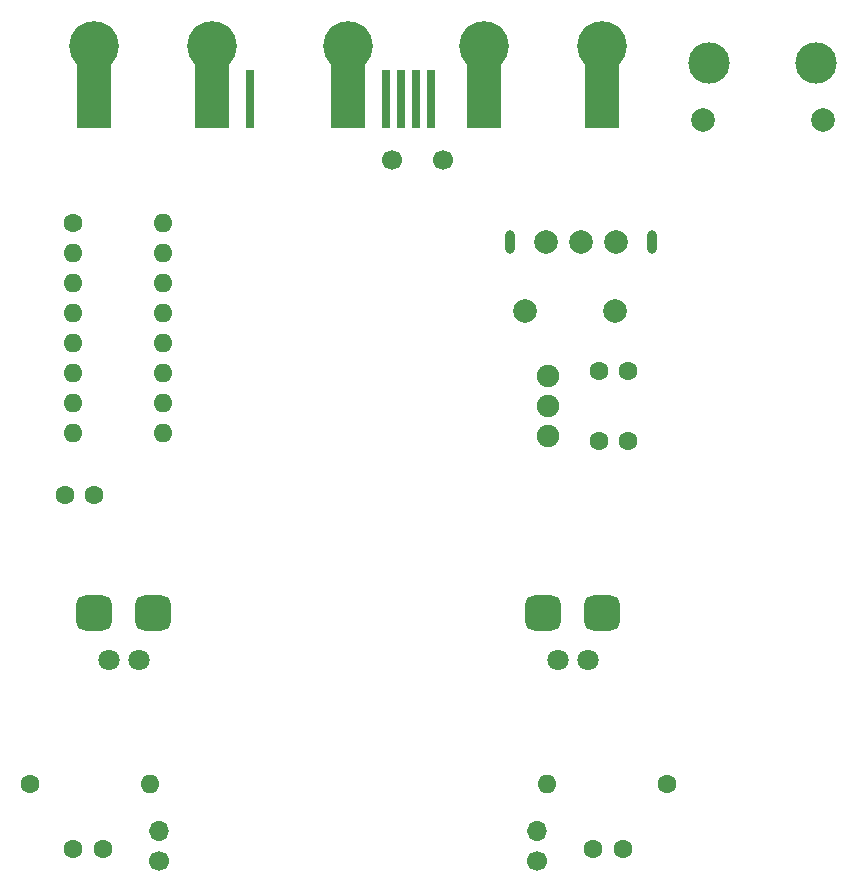
<source format=gbr>
%TF.GenerationSoftware,KiCad,Pcbnew,(6.0.11)*%
%TF.CreationDate,2024-03-11T20:00:13-03:00*%
%TF.ProjectId,bitmovel,6269746d-6f76-4656-9c2e-6b696361645f,rev?*%
%TF.SameCoordinates,Original*%
%TF.FileFunction,Soldermask,Bot*%
%TF.FilePolarity,Negative*%
%FSLAX46Y46*%
G04 Gerber Fmt 4.6, Leading zero omitted, Abs format (unit mm)*
G04 Created by KiCad (PCBNEW (6.0.11)) date 2024-03-11 20:00:13*
%MOMM*%
%LPD*%
G01*
G04 APERTURE LIST*
G04 Aperture macros list*
%AMRoundRect*
0 Rectangle with rounded corners*
0 $1 Rounding radius*
0 $2 $3 $4 $5 $6 $7 $8 $9 X,Y pos of 4 corners*
0 Add a 4 corners polygon primitive as box body*
4,1,4,$2,$3,$4,$5,$6,$7,$8,$9,$2,$3,0*
0 Add four circle primitives for the rounded corners*
1,1,$1+$1,$2,$3*
1,1,$1+$1,$4,$5*
1,1,$1+$1,$6,$7*
1,1,$1+$1,$8,$9*
0 Add four rect primitives between the rounded corners*
20,1,$1+$1,$2,$3,$4,$5,0*
20,1,$1+$1,$4,$5,$6,$7,0*
20,1,$1+$1,$6,$7,$8,$9,0*
20,1,$1+$1,$8,$9,$2,$3,0*%
G04 Aperture macros list end*
%ADD10C,1.600000*%
%ADD11O,1.600000X1.600000*%
%ADD12C,4.200000*%
%ADD13R,3.000000X7.000000*%
%ADD14R,0.800000X5.000000*%
%ADD15C,1.800000*%
%ADD16C,1.905000*%
%ADD17RoundRect,0.400000X0.000000X0.600000X0.000000X0.600000X0.000000X-0.600000X0.000000X-0.600000X0*%
%ADD18C,2.000000*%
%ADD19C,3.500000*%
%ADD20C,1.700000*%
%ADD21O,1.700000X1.700000*%
%ADD22RoundRect,0.750000X0.750000X0.750000X-0.750000X0.750000X-0.750000X-0.750000X0.750000X-0.750000X0*%
%ADD23RoundRect,0.750000X-0.750000X-0.750000X0.750000X-0.750000X0.750000X0.750000X-0.750000X0.750000X0*%
G04 APERTURE END LIST*
D10*
%TO.C,R1*%
X177000000Y-112500000D03*
D11*
X166840000Y-112500000D03*
%TD*%
D12*
%TO.C,J2*%
X138500000Y-50000000D03*
X150000000Y-50000000D03*
X128500000Y-50000000D03*
X161500000Y-50000000D03*
X171500000Y-50000000D03*
D13*
X128500000Y-53500000D03*
X138500000Y-53500000D03*
D14*
X141710000Y-54500000D03*
D13*
X150000000Y-53500000D03*
D14*
X153210000Y-54500000D03*
X155750000Y-54500000D03*
D13*
X161500000Y-53500000D03*
X171500000Y-53500000D03*
D14*
X154480000Y-54500000D03*
X157020000Y-54500000D03*
%TD*%
D10*
%TO.C,U2*%
X126700000Y-65000000D03*
D11*
X126700000Y-67540000D03*
X126700000Y-70080000D03*
X126700000Y-72620000D03*
X126700000Y-75160000D03*
X126700000Y-77700000D03*
X126700000Y-80240000D03*
X126700000Y-82780000D03*
X134320000Y-82780000D03*
X134320000Y-80240000D03*
X134320000Y-77700000D03*
X134320000Y-75160000D03*
X134320000Y-72620000D03*
X134320000Y-70080000D03*
X134320000Y-67540000D03*
X134320000Y-65000000D03*
%TD*%
D15*
%TO.C,REF\u002A\u002A*%
X129730000Y-102000000D03*
X132270000Y-102000000D03*
%TD*%
%TO.C,REF\u002A\u002A*%
X167730000Y-102000000D03*
X170270000Y-102000000D03*
%TD*%
D16*
%TO.C,U1*%
X166900000Y-83000000D03*
X166900000Y-80460000D03*
X166900000Y-77920000D03*
%TD*%
D17*
%TO.C,SW1*%
X163700000Y-66600000D03*
X175700000Y-66600000D03*
D18*
X172700000Y-66600000D03*
X169700000Y-66600000D03*
X166700000Y-66600000D03*
%TD*%
%TO.C,D3*%
X165000000Y-72500000D03*
X172620000Y-72500000D03*
%TD*%
D10*
%TO.C,C1*%
X171200000Y-77500000D03*
X173700000Y-77500000D03*
%TD*%
%TO.C,C2*%
X171200000Y-83500000D03*
X173700000Y-83500000D03*
%TD*%
%TO.C,C3*%
X126000000Y-88000000D03*
X128500000Y-88000000D03*
%TD*%
D19*
%TO.C,J1*%
X180580000Y-51500000D03*
X189580000Y-51500000D03*
D18*
X180000000Y-56300000D03*
X190160000Y-56300000D03*
%TD*%
D10*
%TO.C,D1*%
X170700000Y-118000000D03*
X173240000Y-118000000D03*
%TD*%
%TO.C,R2*%
X123037600Y-112500000D03*
D11*
X133197600Y-112500000D03*
%TD*%
D10*
%TO.C,D2*%
X129250000Y-118000000D03*
X126710000Y-118000000D03*
%TD*%
D20*
%TO.C,J6*%
X134000000Y-119000000D03*
D21*
X134000000Y-116460000D03*
%TD*%
D20*
%TO.C,J7*%
X157988000Y-59690000D03*
%TD*%
%TO.C,J9*%
X166000000Y-119000000D03*
D21*
X166000000Y-116460000D03*
%TD*%
D20*
%TO.C,J8*%
X153670000Y-59690000D03*
%TD*%
D22*
%TO.C,J3*%
X133500000Y-98000000D03*
X128500000Y-98000000D03*
%TD*%
D23*
%TO.C,J4*%
X166500000Y-98000000D03*
X171500000Y-98000000D03*
%TD*%
M02*

</source>
